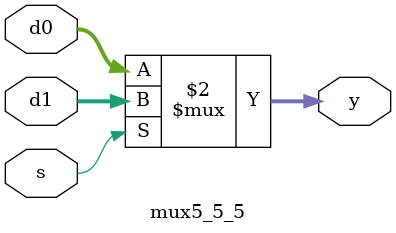
<source format=v>
/**************/
/* mux5_5_5.v */
/**************/

//           +----+
//  d0[4:0]->|    |
//  d1[4:0]->|    |->y[4:0]
//        s->|    |
//           +----+

module mux5_5_5 (d0, d1, s, y);  // 入出力ポート
  input  [4:0] d0;          // 入力 5-bit d0
  input  [4:0] d1;          // 入力 5-bit d1
  input         s;          // 入力 1-bit  s
  output [4:0]  y;          // 出力 5-bit  y

  // Multiplexer body
  // if (s == 0) y = d0; else y = d1;
  // 出力ポートに対する代入は assign 文で行う
  assign y = (s == 1'b0) ? d0 : d1;
endmodule

</source>
